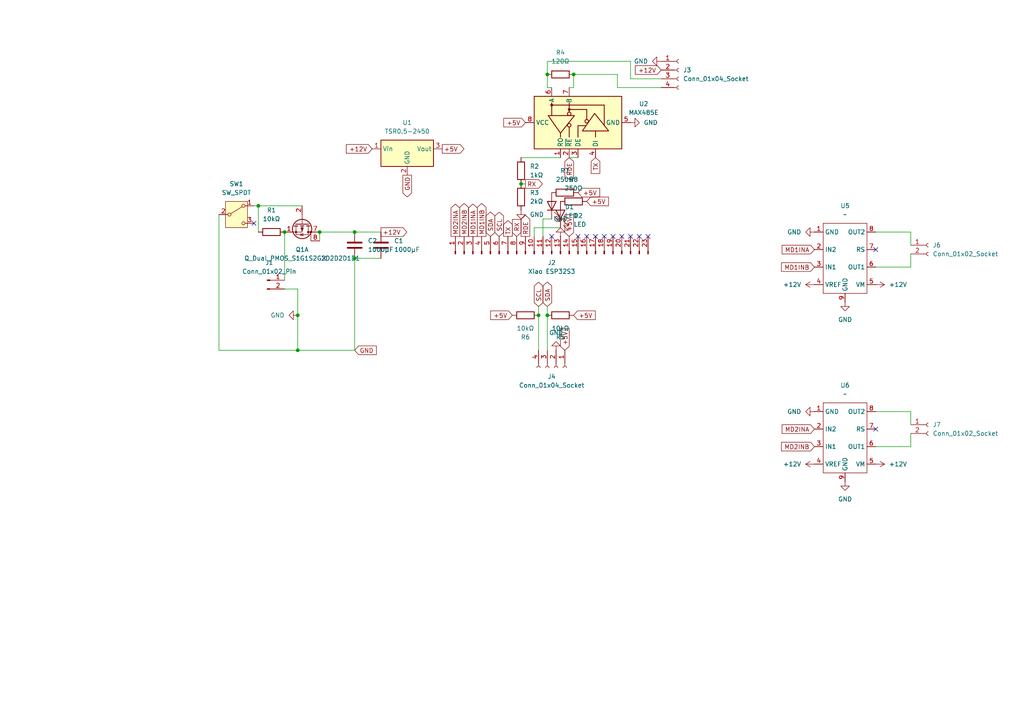
<source format=kicad_sch>
(kicad_sch (version 20250114) (generator "eeschema") (generator_version "9.0")
  (paper "A4")
  (lib_symbols
    (symbol "Connector:Conn_01x02_Pin" (pin_names (offset 1.016) (hide yes))
      (property "Reference" "J" (at 0 2.54 0))
      (property "Value" "Conn_01x02_Pin" (at 0 -5.08 0))
      (symbol "Conn_01x02_Pin_1_1"
        (rectangle (start 0.8636 0.127) (end 0 -0.127) (stroke (width 0.1524)) (fill (type outline)))
        (rectangle (start 0.8636 -2.413) (end 0 -2.667) (stroke (width 0.1524)) (fill (type outline)))
        (polyline (pts (xy 1.27 0) (xy 0.8636 0)) (stroke (width 0.1524)))
        (polyline (pts (xy 1.27 -2.54) (xy 0.8636 -2.54)) (stroke (width 0.1524)))
        (pin passive line (at 5.08 0 180) (length 3.81) (name "Pin_1") (number "1"))
        (pin passive line (at 5.08 -2.54 180) (length 3.81) (name "Pin_2") (number "2"))
      )
    )
    (symbol "Connector:Conn_01x02_Socket" (pin_names (offset 1.016) (hide yes))
      (property "Reference" "J" (at 0 2.54 0))
      (property "Value" "Conn_01x02_Socket" (at 0 -5.08 0))
      (symbol "Conn_01x02_Socket_1_1"
        (polyline (pts (xy -1.27 0) (xy -0.508 0)) (stroke (width 0.1524)))
        (polyline (pts (xy -1.27 -2.54) (xy -0.508 -2.54)) (stroke (width 0.1524)))
        (arc (start 0 -0.508) (mid -0.5058 0) (end 0 0.508) (stroke (width 0.1524)))
        (arc (start 0 -3.048) (mid -0.5058 -2.54) (end 0 -2.032) (stroke (width 0.1524)))
        (pin passive line (at -5.08 0 0) (length 3.81) (name "Pin_1") (number "1"))
        (pin passive line (at -5.08 -2.54 0) (length 3.81) (name "Pin_2") (number "2"))
      )
    )
    (symbol "Connector:Conn_01x04_Socket" (pin_names (offset 1.016) (hide yes))
      (property "Reference" "J" (at 0 5.08 0))
      (property "Value" "Conn_01x04_Socket" (at 0 -7.62 0))
      (symbol "Conn_01x04_Socket_1_1"
        (polyline (pts (xy -1.27 2.54) (xy -0.508 2.54)) (stroke (width 0.1524)))
        (polyline (pts (xy -1.27 0) (xy -0.508 0)) (stroke (width 0.1524)))
        (polyline (pts (xy -1.27 -2.54) (xy -0.508 -2.54)) (stroke (width 0.1524)))
        (polyline (pts (xy -1.27 -5.08) (xy -0.508 -5.08)) (stroke (width 0.1524)))
        (arc (start 0 2.032) (mid -0.5058 2.54) (end 0 3.048) (stroke (width 0.1524)))
        (arc (start 0 -0.508) (mid -0.5058 0) (end 0 0.508) (stroke (width 0.1524)))
        (arc (start 0 -3.048) (mid -0.5058 -2.54) (end 0 -2.032) (stroke (width 0.1524)))
        (arc (start 0 -5.588) (mid -0.5058 -5.08) (end 0 -4.572) (stroke (width 0.1524)))
        (pin passive line (at -5.08 2.54 0) (length 3.81) (name "Pin_1") (number "1"))
        (pin passive line (at -5.08 0 0) (length 3.81) (name "Pin_2") (number "2"))
        (pin passive line (at -5.08 -2.54 0) (length 3.81) (name "Pin_3") (number "3"))
        (pin passive line (at -5.08 -5.08 0) (length 3.81) (name "Pin_4") (number "4"))
      )
    )
    (symbol "Connector:Conn_01x23_Pin" (pin_names (offset 1.016) (hide yes))
      (property "Reference" "J" (at 0 30.48 0))
      (property "Value" "Conn_01x23_Pin" (at 0 -30.48 0))
      (symbol "Conn_01x23_Pin_1_1"
        (rectangle (start 0.8636 28.067) (end 0 27.813) (stroke (width 0.1524)) (fill (type outline)))
        (rectangle (start 0.8636 25.527) (end 0 25.273) (stroke (width 0.1524)) (fill (type outline)))
        (rectangle (start 0.8636 22.987) (end 0 22.733) (stroke (width 0.1524)) (fill (type outline)))
        (rectangle (start 0.8636 20.447) (end 0 20.193) (stroke (width 0.1524)) (fill (type outline)))
        (rectangle (start 0.8636 17.907) (end 0 17.653) (stroke (width 0.1524)) (fill (type outline)))
        (rectangle (start 0.8636 15.367) (end 0 15.113) (stroke (width 0.1524)) (fill (type outline)))
        (rectangle (start 0.8636 12.827) (end 0 12.573) (stroke (width 0.1524)) (fill (type outline)))
        (rectangle (start 0.8636 10.287) (end 0 10.033) (stroke (width 0.1524)) (fill (type outline)))
        (rectangle (start 0.8636 7.747) (end 0 7.493) (stroke (width 0.1524)) (fill (type outline)))
        (rectangle (start 0.8636 5.207) (end 0 4.953) (stroke (width 0.1524)) (fill (type outline)))
        (rectangle (start 0.8636 2.667) (end 0 2.413) (stroke (width 0.1524)) (fill (type outline)))
        (rectangle (start 0.8636 0.127) (end 0 -0.127) (stroke (width 0.1524)) (fill (type outline)))
        (rectangle (start 0.8636 -2.413) (end 0 -2.667) (stroke (width 0.1524)) (fill (type outline)))
        (rectangle (start 0.8636 -4.953) (end 0 -5.207) (stroke (width 0.1524)) (fill (type outline)))
        (rectangle (start 0.8636 -7.493) (end 0 -7.747) (stroke (width 0.1524)) (fill (type outline)))
        (rectangle (start 0.8636 -10.033) (end 0 -10.287) (stroke (width 0.1524)) (fill (type outline)))
        (rectangle (start 0.8636 -12.573) (end 0 -12.827) (stroke (width 0.1524)) (fill (type outline)))
        (rectangle (start 0.8636 -15.113) (end 0 -15.367) (stroke (width 0.1524)) (fill (type outline)))
        (rectangle (start 0.8636 -17.653) (end 0 -17.907) (stroke (width 0.1524)) (fill (type outline)))
        (rectangle (start 0.8636 -20.193) (end 0 -20.447) (stroke (width 0.1524)) (fill (type outline)))
        (rectangle (start 0.8636 -22.733) (end 0 -22.987) (stroke (width 0.1524)) (fill (type outline)))
        (rectangle (start 0.8636 -25.273) (end 0 -25.527) (stroke (width 0.1524)) (fill (type outline)))
        (rectangle (start 0.8636 -27.813) (end 0 -28.067) (stroke (width 0.1524)) (fill (type outline)))
        (polyline (pts (xy 1.27 27.94) (xy 0.8636 27.94)) (stroke (width 0.1524)))
        (polyline (pts (xy 1.27 25.4) (xy 0.8636 25.4)) (stroke (width 0.1524)))
        (polyline (pts (xy 1.27 22.86) (xy 0.8636 22.86)) (stroke (width 0.1524)))
        (polyline (pts (xy 1.27 20.32) (xy 0.8636 20.32)) (stroke (width 0.1524)))
        (polyline (pts (xy 1.27 17.78) (xy 0.8636 17.78)) (stroke (width 0.1524)))
        (polyline (pts (xy 1.27 15.24) (xy 0.8636 15.24)) (stroke (width 0.1524)))
        (polyline (pts (xy 1.27 12.7) (xy 0.8636 12.7)) (stroke (width 0.1524)))
        (polyline (pts (xy 1.27 10.16) (xy 0.8636 10.16)) (stroke (width 0.1524)))
        (polyline (pts (xy 1.27 7.62) (xy 0.8636 7.62)) (stroke (width 0.1524)))
        (polyline (pts (xy 1.27 5.08) (xy 0.8636 5.08)) (stroke (width 0.1524)))
        (polyline (pts (xy 1.27 2.54) (xy 0.8636 2.54)) (stroke (width 0.1524)))
        (polyline (pts (xy 1.27 0) (xy 0.8636 0)) (stroke (width 0.1524)))
        (polyline (pts (xy 1.27 -2.54) (xy 0.8636 -2.54)) (stroke (width 0.1524)))
        (polyline (pts (xy 1.27 -5.08) (xy 0.8636 -5.08)) (stroke (width 0.1524)))
        (polyline (pts (xy 1.27 -7.62) (xy 0.8636 -7.62)) (stroke (width 0.1524)))
        (polyline (pts (xy 1.27 -10.16) (xy 0.8636 -10.16)) (stroke (width 0.1524)))
        (polyline (pts (xy 1.27 -12.7) (xy 0.8636 -12.7)) (stroke (width 0.1524)))
        (polyline (pts (xy 1.27 -15.24) (xy 0.8636 -15.24)) (stroke (width 0.1524)))
        (polyline (pts (xy 1.27 -17.78) (xy 0.8636 -17.78)) (stroke (width 0.1524)))
        (polyline (pts (xy 1.27 -20.32) (xy 0.8636 -20.32)) (stroke (width 0.1524)))
        (polyline (pts (xy 1.27 -22.86) (xy 0.8636 -22.86)) (stroke (width 0.1524)))
        (polyline (pts (xy 1.27 -25.4) (xy 0.8636 -25.4)) (stroke (width 0.1524)))
        (polyline (pts (xy 1.27 -27.94) (xy 0.8636 -27.94)) (stroke (width 0.1524)))
        (pin passive line (at 5.08 27.94 180) (length 3.81) (name "Pin_1") (number "1"))
        (pin passive line (at 5.08 25.4 180) (length 3.81) (name "Pin_2") (number "2"))
        (pin passive line (at 5.08 22.86 180) (length 3.81) (name "Pin_3") (number "3"))
        (pin passive line (at 5.08 20.32 180) (length 3.81) (name "Pin_4") (number "4"))
        (pin passive line (at 5.08 17.78 180) (length 3.81) (name "Pin_5") (number "5"))
        (pin passive line (at 5.08 15.24 180) (length 3.81) (name "Pin_6") (number "6"))
        (pin passive line (at 5.08 12.7 180) (length 3.81) (name "Pin_7") (number "7"))
        (pin passive line (at 5.08 10.16 180) (length 3.81) (name "Pin_8") (number "8"))
        (pin passive line (at 5.08 7.62 180) (length 3.81) (name "Pin_9") (number "9"))
        (pin passive line (at 5.08 5.08 180) (length 3.81) (name "Pin_10") (number "10"))
        (pin passive line (at 5.08 2.54 180) (length 3.81) (name "Pin_11") (number "11"))
        (pin passive line (at 5.08 0 180) (length 3.81) (name "Pin_12") (number "12"))
        (pin passive line (at 5.08 -2.54 180) (length 3.81) (name "Pin_13") (number "13"))
        (pin passive line (at 5.08 -5.08 180) (length 3.81) (name "Pin_14") (number "14"))
        (pin passive line (at 5.08 -7.62 180) (length 3.81) (name "Pin_15") (number "15"))
        (pin passive line (at 5.08 -10.16 180) (length 3.81) (name "Pin_16") (number "16"))
        (pin passive line (at 5.08 -12.7 180) (length 3.81) (name "Pin_17") (number "17"))
        (pin passive line (at 5.08 -15.24 180) (length 3.81) (name "Pin_18") (number "18"))
        (pin passive line (at 5.08 -17.78 180) (length 3.81) (name "Pin_19") (number "19"))
        (pin passive line (at 5.08 -20.32 180) (length 3.81) (name "Pin_20") (number "20"))
        (pin passive line (at 5.08 -22.86 180) (length 3.81) (name "Pin_21") (number "21"))
        (pin passive line (at 5.08 -25.4 180) (length 3.81) (name "Pin_22") (number "22"))
        (pin passive line (at 5.08 -27.94 180) (length 3.81) (name "Pin_23") (number "23"))
      )
    )
    (symbol "Converter_DCDC:TSR0.5-2450"
      (property "Reference" "U" (at -7.112 6.35 0))
      (property "Value" "TSR0.5-2450" (at 1.27 6.35 0))
      (symbol "TSR0.5-2450_0_1"
        (rectangle (start -7.62 5.08) (end 7.62 -2.54) (stroke (width 0.254)) (fill (type background)))
      )
      (symbol "TSR0.5-2450_1_1"
        (pin power_in line (at -10.16 2.54 0) (length 2.54) (name "Vin") (number "1"))
        (pin power_in line (at 0 -5.08 90) (length 2.54) (name "GND") (number "2"))
        (pin power_out line (at 10.16 2.54 180) (length 2.54) (name "Vout") (number "3"))
      )
    )
    (symbol "Device:C" (pin_numbers (hide yes)) (pin_names (offset 0.254))
      (property "Reference" "C" (at 0.635 2.54 0))
      (property "Value" "C" (at 0.635 -2.54 0))
      (symbol "C_0_1"
        (polyline (pts (xy -2.032 0.762) (xy 2.032 0.762)) (stroke (width 0.508)))
        (polyline (pts (xy -2.032 -0.762) (xy 2.032 -0.762)) (stroke (width 0.508)))
      )
      (symbol "C_1_1"
        (pin passive line (at 0 3.81 270) (length 2.794) (name "~") (number "1"))
        (pin passive line (at 0 -3.81 90) (length 2.794) (name "~") (number "2"))
      )
    )
    (symbol "Device:LED" (pin_numbers (hide yes)) (pin_names (offset 1.016) (hide yes))
      (property "Reference" "D" (at 0 2.54 0))
      (property "Value" "LED" (at 0 -2.54 0))
      (symbol "LED_0_1"
        (polyline (pts (xy -3.048 -0.762) (xy -4.572 -2.286) (xy -3.81 -2.286) (xy -4.572 -2.286) (xy -4.572 -1.524)))
        (polyline (pts (xy -1.778 -0.762) (xy -3.302 -2.286) (xy -2.54 -2.286) (xy -3.302 -2.286) (xy -3.302 -1.524)))
        (polyline (pts (xy -1.27 0) (xy 1.27 0)))
        (polyline (pts (xy -1.27 -1.27) (xy -1.27 1.27)) (stroke (width 0.254)))
        (polyline (pts (xy 1.27 -1.27) (xy 1.27 1.27) (xy -1.27 0) (xy 1.27 -1.27)) (stroke (width 0.254)))
      )
      (symbol "LED_1_1"
        (pin passive line (at -3.81 0 0) (length 2.54) (name "K") (number "1"))
        (pin passive line (at 3.81 0 180) (length 2.54) (name "A") (number "2"))
      )
    )
    (symbol "Device:R" (pin_numbers (hide yes)) (pin_names (offset 0))
      (property "Reference" "R" (at 2.032 0 90))
      (property "Value" "R" (at 0 0 90))
      (symbol "R_0_1"
        (rectangle (start -1.016 -2.54) (end 1.016 2.54) (stroke (width 0.254)))
      )
      (symbol "R_1_1"
        (pin passive line (at 0 3.81 270) (length 1.27) (name "~") (number "1"))
        (pin passive line (at 0 -3.81 90) (length 1.27) (name "~") (number "2"))
      )
    )
    (symbol "Interface_UART:MAX485E"
      (property "Reference" "U" (at -6.985 13.97 0))
      (property "Value" "MAX485E" (at 1.905 13.97 0))
      (symbol "MAX485E_0_1"
        (rectangle (start -7.62 12.7) (end 7.62 -12.7) (stroke (width 0.254)) (fill (type background)))
        (polyline (pts (xy -4.191 2.54) (xy -1.27 2.54)) (stroke (width 0.254)))
        (polyline (pts (xy -4.191 0) (xy -0.889 0) (xy -0.889 -2.286)) (stroke (width 0.254)))
        (polyline (pts (xy -3.175 5.08) (xy -4.191 5.08) (xy -4.064 5.08)) (stroke (width 0.254)))
        (polyline (pts (xy -2.54 -5.08) (xy -4.191 -5.08)) (stroke (width 0.254)))
        (polyline (pts (xy -2.413 -5.08) (xy -2.413 -1.27) (xy 2.667 -4.826) (xy -2.413 -8.89) (xy -2.413 -5.08)) (stroke (width 0.254)))
        (polyline (pts (xy -0.635 -7.62) (xy 5.08 -7.62)) (stroke (width 0.254)))
        (circle (center 0.381 -2.54) (radius 0.508) (stroke (width 0.254)))
        (polyline (pts (xy 0.889 -2.54) (xy 3.81 -2.54)) (stroke (width 0.254)))
        (polyline (pts (xy 2.032 7.62) (xy 5.715 7.62)) (stroke (width 0.254)))
        (polyline (pts (xy 3.048 2.54) (xy 5.715 2.54)) (stroke (width 0.254)))
        (circle (center 3.81 2.54) (radius 0.2794) (stroke (width 0.254)) (fill (type outline)))
        (polyline (pts (xy 3.81 -2.54) (xy 3.81 2.54)) (stroke (width 0.254)))
        (polyline (pts (xy 5.08 -7.62) (xy 5.08 7.62)) (stroke (width 0.254)))
      )
      (symbol "MAX485E_1_1"
        (circle (center -0.762 2.54) (radius 0.508) (stroke (width 0.254)))
        (polyline (pts (xy 2.032 4.826) (xy 2.032 8.636) (xy -3.048 5.08) (xy 2.032 1.016) (xy 2.032 4.826)) (stroke (width 0.254)))
        (circle (center 2.54 2.54) (radius 0.508) (stroke (width 0.254)))
        (circle (center 5.08 7.62) (radius 0.2794) (stroke (width 0.254)) (fill (type outline)))
        (pin output line (at -10.16 5.08 0) (length 2.54) (name "RO") (number "1"))
        (pin input line (at -10.16 2.54 0) (length 2.54) (name "~{RE}") (number "2"))
        (pin input line (at -10.16 0 0) (length 2.54) (name "DE") (number "3"))
        (pin input line (at -10.16 -5.08 0) (length 2.54) (name "DI") (number "4"))
        (pin power_in line (at 0 15.24 270) (length 2.54) (name "VCC") (number "8"))
        (pin power_in line (at 0 -15.24 90) (length 2.54) (name "GND") (number "5"))
        (pin bidirectional line (at 10.16 7.62 180) (length 2.54) (name "A") (number "6"))
        (pin bidirectional line (at 10.16 2.54 180) (length 2.54) (name "B") (number "7"))
      )
    )
    (symbol "Switch:SW_SPDT" (pin_names (offset 0) (hide yes))
      (property "Reference" "SW" (at 0 5.08 0))
      (property "Value" "SW_SPDT" (at 0 -5.08 0))
      (symbol "SW_SPDT_0_1"
        (circle (center -2.032 0) (radius 0.4572))
        (polyline (pts (xy -1.651 0.254) (xy 1.651 2.286)))
        (circle (center 2.032 2.54) (radius 0.4572))
        (circle (center 2.032 -2.54) (radius 0.4572))
      )
      (symbol "SW_SPDT_1_1"
        (rectangle (start -3.175 3.81) (end 3.175 -3.81) (fill (type background)))
        (pin passive line (at -5.08 0 0) (length 2.54) (name "B") (number "2"))
        (pin passive line (at 5.08 2.54 180) (length 2.54) (name "A") (number "1"))
        (pin passive line (at 5.08 -2.54 180) (length 2.54) (name "C") (number "3"))
      )
    )
    (symbol "Transistor_FET:Q_Dual_PMOS_S1G1S2G2D2D2D1D1" (pin_names (offset 0) (hide yes))
      (property "Reference" "Q" (at 5.08 1.905 0))
      (property "Value" "Q_Dual_PMOS_S1G1S2G2D2D2D1D1" (at 5.08 0 0))
      (symbol "Q_Dual_PMOS_S1G1S2G2D2D2D1D1_0_1"
        (polyline (pts (xy 0.254 1.905) (xy 0.254 -1.905)) (stroke (width 0.254)))
        (polyline (pts (xy 0.254 0) (xy -2.54 0)))
        (polyline (pts (xy 0.762 2.286) (xy 0.762 1.27)) (stroke (width 0.254)))
        (polyline (pts (xy 0.762 1.778) (xy 3.302 1.778) (xy 3.302 -1.778) (xy 0.762 -1.778)))
        (polyline (pts (xy 0.762 0.508) (xy 0.762 -0.508)) (stroke (width 0.254)))
        (polyline (pts (xy 0.762 -1.27) (xy 0.762 -2.286)) (stroke (width 0.254)))
        (circle (center 1.651 0) (radius 2.794) (stroke (width 0.254)))
        (polyline (pts (xy 2.286 0) (xy 1.27 0.381) (xy 1.27 -0.381) (xy 2.286 0)) (fill (type outline)))
        (polyline (pts (xy 2.54 2.54) (xy 2.54 1.778)))
        (circle (center 2.54 2.54) (radius 0.254) (fill (type outline)))
        (circle (center 2.54 1.778) (radius 0.254) (fill (type outline)))
        (circle (center 2.54 -1.778) (radius 0.254) (fill (type outline)))
        (polyline (pts (xy 2.54 -2.54) (xy 2.54 0) (xy 0.762 0)))
        (polyline (pts (xy 2.921 -0.381) (xy 3.683 -0.381)))
        (polyline (pts (xy 3.302 -0.381) (xy 2.921 0.254) (xy 3.683 0.254) (xy 3.302 -0.381)))
        (polyline (pts (xy 5.08 2.54) (xy 2.54 2.54)))
      )
      (symbol "Q_Dual_PMOS_S1G1S2G2D2D2D1D1_1_1"
        (pin input line (at -5.08 0 0) (length 2.54) (name "G") (number "2"))
        (pin passive line (at 2.54 5.08 270) (length 2.54) (name "D") (number "7"))
        (pin passive line (at 2.54 -5.08 90) (length 2.54) (name "S") (number "1"))
        (pin passive line (at 5.08 5.08 270) (length 2.54) (name "D") (number "8"))
      )
      (symbol "Q_Dual_PMOS_S1G1S2G2D2D2D1D1_2_1"
        (pin input line (at -5.08 0 0) (length 2.54) (name "G") (number "4"))
        (pin passive line (at 2.54 5.08 270) (length 2.54) (name "D") (number "5"))
        (pin passive line (at 2.54 -5.08 90) (length 2.54) (name "S") (number "3"))
        (pin passive line (at 5.08 5.08 270) (length 2.54) (name "D") (number "6"))
      )
    )
    (symbol "custom:TB67H450FNG"
      (property "Reference" "U" (at 7.62 0 0))
      (symbol "TB67H450FNG_0_1"
        (rectangle (start -6.35 10.16) (end 6.35 -10.16))
      )
      (symbol "TB67H450FNG_1_1"
        (pin power_in line (at -8.89 7.62 0) (length 2.54) (name "GND") (number "1"))
        (pin input line (at -8.89 2.54 0) (length 2.54) (name "IN2") (number "2"))
        (pin input line (at -8.89 -2.54 0) (length 2.54) (name "IN1") (number "3"))
        (pin input line (at -8.89 -7.62 0) (length 2.54) (name "VREF") (number "4"))
        (pin power_in line (at 0 -12.7 90) (length 2.54) (name "GND") (number "9"))
        (pin output line (at 8.89 7.62 180) (length 2.54) (name "OUT2") (number "8"))
        (pin passive line (at 8.89 2.54 180) (length 2.54) (name "RS") (number "7"))
        (pin output line (at 8.89 -2.54 180) (length 2.54) (name "OUT1") (number "6"))
        (pin power_in line (at 8.89 -7.62 180) (length 2.54) (name "VM") (number "5"))
      )
    )
    (symbol "power:+12V" (power) (pin_numbers (hide yes)) (pin_names (offset 0) (hide yes))
      (property "Value" "+12V" (at 0 3.556 0))
      (symbol "+12V_0_1"
        (polyline (pts (xy -0.762 1.27) (xy 0 2.54)))
        (polyline (pts (xy 0 2.54) (xy 0.762 1.27)))
        (polyline (pts (xy 0 0) (xy 0 2.54)))
      )
      (symbol "+12V_1_1"
        (pin power_in line (at 0 0 90) (length 0) (name "~") (number "1"))
      )
    )
    (symbol "power:GND" (power) (pin_numbers (hide yes)) (pin_names (offset 0) (hide yes))
      (property "Value" "GND" (at 0 -3.81 0))
      (symbol "GND_0_1"
        (polyline (pts (xy 0 0) (xy 0 -1.27) (xy 1.27 -1.27) (xy 0 -2.54) (xy -1.27 -1.27) (xy 0 -1.27)))
      )
      (symbol "GND_1_1"
        (pin power_in line (at 0 0 270) (length 0) (name "~") (number "1"))
      )
    )
  )
  (junction (at 86.36 91.44))
  (junction (at 158.75 91.44))
  (junction (at 82.55 67.31))
  (junction (at 86.36 101.6))
  (junction (at 156.21 91.44))
  (junction (at 158.75 21.59))
  (junction (at 102.87 67.31))
  (junction (at 102.87 74.93))
  (junction (at 92.71 67.31))
  (junction (at 151.13 53.34))
  (junction (at 74.93 59.69))
  (junction (at 166.37 21.59))
  (no_connect (at 93.98 74.93))
  (no_connect (at 177.8 68.58))
  (no_connect (at 182.88 68.58))
  (no_connect (at 254 72.39))
  (no_connect (at 167.64 68.58))
  (no_connect (at 175.26 68.58))
  (no_connect (at 170.18 68.58))
  (no_connect (at 185.42 68.58))
  (no_connect (at 254 124.46))
  (no_connect (at 160.02 68.58))
  (no_connect (at 73.66 64.77))
  (no_connect (at 187.96 68.58))
  (no_connect (at 172.72 68.58))
  (no_connect (at 180.34 68.58))
  (wire (pts (xy 166.37 25.4) (xy 165.1 25.4)))
  (wire (pts (xy 165.1 45.72) (xy 167.64 45.72)))
  (wire (pts (xy 73.66 59.69) (xy 74.93 59.69)))
  (wire (pts (xy 151.13 45.72) (xy 162.56 45.72)))
  (wire (pts (xy 102.87 67.31) (xy 92.71 67.31)))
  (wire (pts (xy 179.07 25.4) (xy 191.77 25.4)))
  (wire (pts (xy 156.21 91.44) (xy 156.21 101.6)))
  (wire (pts (xy 182.88 17.78) (xy 182.88 22.86)))
  (wire (pts (xy 157.48 63.5) (xy 157.48 68.58)))
  (wire (pts (xy 102.87 101.6) (xy 86.36 101.6)))
  (wire (pts (xy 182.88 22.86) (xy 191.77 22.86)))
  (wire (pts (xy 254 119.38) (xy 264.16 119.38)))
  (wire (pts (xy 157.48 63.5) (xy 160.02 63.5)))
  (wire (pts (xy 158.75 17.78) (xy 182.88 17.78)))
  (wire (pts (xy 74.93 59.69) (xy 74.93 67.31)))
  (wire (pts (xy 92.71 67.31) (xy 92.71 69.85)))
  (wire (pts (xy 158.75 88.9) (xy 158.75 91.44)))
  (wire (pts (xy 63.5 62.23) (xy 63.5 101.6)))
  (wire (pts (xy 264.16 125.73) (xy 264.16 129.54)))
  (wire (pts (xy 154.94 68.58) (xy 154.94 66.04)))
  (wire (pts (xy 74.93 59.69) (xy 87.63 59.69)))
  (wire (pts (xy 63.5 101.6) (xy 86.36 101.6)))
  (wire (pts (xy 264.16 73.66) (xy 264.16 77.47)))
  (wire (pts (xy 166.37 21.59) (xy 166.37 25.4)))
  (wire (pts (xy 154.94 66.04) (xy 162.56 66.04)))
  (wire (pts (xy 152.4 53.34) (xy 151.13 53.34)))
  (wire (pts (xy 264.16 129.54) (xy 254 129.54)))
  (wire (pts (xy 158.75 21.59) (xy 158.75 17.78)))
  (wire (pts (xy 158.75 25.4) (xy 160.02 25.4)))
  (wire (pts (xy 86.36 83.82) (xy 82.55 83.82)))
  (wire (pts (xy 264.16 67.31) (xy 264.16 71.12)))
  (wire (pts (xy 264.16 119.38) (xy 264.16 123.19)))
  (wire (pts (xy 86.36 101.6) (xy 86.36 91.44)))
  (wire (pts (xy 179.07 21.59) (xy 179.07 25.4)))
  (wire (pts (xy 102.87 67.31) (xy 110.49 67.31)))
  (wire (pts (xy 102.87 74.93) (xy 110.49 74.93)))
  (wire (pts (xy 166.37 21.59) (xy 179.07 21.59)))
  (wire (pts (xy 158.75 91.44) (xy 158.75 101.6)))
  (wire (pts (xy 254 67.31) (xy 264.16 67.31)))
  (wire (pts (xy 156.21 88.9) (xy 156.21 91.44)))
  (wire (pts (xy 264.16 77.47) (xy 254 77.47)))
  (wire (pts (xy 158.75 21.59) (xy 158.75 25.4)))
  (wire (pts (xy 82.55 67.31) (xy 82.55 81.28)))
  (wire (pts (xy 86.36 91.44) (xy 86.36 83.82)))
  (wire (pts (xy 102.87 74.93) (xy 102.87 101.6)))
  (global_label "+5V" (shape input) (at 148.59 91.44 180) (property "Intersheetrefs" "${INTERSHEET_REFS}" (effects (hide yes))))
  (global_label "RX" (shape output) (at 152.4 53.34 0) (property "Intersheetrefs" "${INTERSHEET_REFS}" (effects (hide yes))))
  (global_label "SCL" (shape bidirectional) (at 144.78 68.58 90) (property "Intersheetrefs" "${INTERSHEET_REFS}" (effects (hide yes))))
  (global_label "GND" (shape input) (at 102.87 101.6 0) (property "Intersheetrefs" "${INTERSHEET_REFS}" (effects (hide yes))))
  (global_label "+5V" (shape input) (at 165.1 68.58 90) (property "Intersheetrefs" "${INTERSHEET_REFS}" (effects (hide yes))))
  (global_label "+5V" (shape input) (at 166.37 91.44 0) (property "Intersheetrefs" "${INTERSHEET_REFS}" (effects (hide yes))))
  (global_label "GND" (shape output) (at 118.11 50.8 270) (property "Intersheetrefs" "${INTERSHEET_REFS}" (effects (hide yes))))
  (global_label "+12V" (shape input) (at 107.95 43.18 180) (property "Intersheetrefs" "${INTERSHEET_REFS}" (effects (hide yes))))
  (global_label "SCL" (shape bidirectional) (at 156.21 88.9 90) (property "Intersheetrefs" "${INTERSHEET_REFS}" (effects (hide yes))))
  (global_label "TX" (shape input) (at 172.72 45.72 270) (property "Intersheetrefs" "${INTERSHEET_REFS}" (effects (hide yes))))
  (global_label "MD2INA" (shape output) (at 132.08 68.58 90) (property "Intersheetrefs" "${INTERSHEET_REFS}" (effects (hide yes))))
  (global_label "SDA" (shape bidirectional) (at 158.75 88.9 90) (property "Intersheetrefs" "${INTERSHEET_REFS}" (effects (hide yes))))
  (global_label "+5V" (shape output) (at 128.27 43.18 0) (property "Intersheetrefs" "${INTERSHEET_REFS}" (effects (hide yes))))
  (global_label "MD2INB" (shape input) (at 236.22 129.54 180) (property "Intersheetrefs" "${INTERSHEET_REFS}" (effects (hide yes))))
  (global_label "+5V" (shape input) (at 170.18 58.42 0) (property "Intersheetrefs" "${INTERSHEET_REFS}" (effects (hide yes))))
  (global_label "TX" (shape output) (at 147.32 68.58 90) (property "Intersheetrefs" "${INTERSHEET_REFS}" (effects (hide yes))))
  (global_label "SDA" (shape bidirectional) (at 142.24 68.58 90) (property "Intersheetrefs" "${INTERSHEET_REFS}" (effects (hide yes))))
  (global_label "RX" (shape input) (at 149.86 68.58 90) (property "Intersheetrefs" "${INTERSHEET_REFS}" (effects (hide yes))))
  (global_label "RDE" (shape input) (at 165.1 45.72 270) (property "Intersheetrefs" "${INTERSHEET_REFS}" (effects (hide yes))))
  (global_label "+5V" (shape input) (at 163.83 101.6 90) (property "Intersheetrefs" "${INTERSHEET_REFS}" (effects (hide yes))))
  (global_label "MD2INA" (shape input) (at 236.22 124.46 180) (property "Intersheetrefs" "${INTERSHEET_REFS}" (effects (hide yes))))
  (global_label "MD1INA" (shape input) (at 236.22 72.39 180) (property "Intersheetrefs" "${INTERSHEET_REFS}" (effects (hide yes))))
  (global_label "MD1INB" (shape output) (at 139.7 68.58 90) (property "Intersheetrefs" "${INTERSHEET_REFS}" (effects (hide yes))))
  (global_label "MD2INB" (shape output) (at 134.62 68.58 90) (property "Intersheetrefs" "${INTERSHEET_REFS}" (effects (hide yes))))
  (global_label "RDE" (shape output) (at 152.4 68.58 90) (property "Intersheetrefs" "${INTERSHEET_REFS}" (effects (hide yes))))
  (global_label "+12V" (shape output) (at 110.49 67.31 0) (property "Intersheetrefs" "${INTERSHEET_REFS}" (effects (hide yes))))
  (global_label "+5V" (shape input) (at 152.4 35.56 180) (property "Intersheetrefs" "${INTERSHEET_REFS}" (effects (hide yes))))
  (global_label "+12V" (shape input) (at 191.77 20.32 180) (property "Intersheetrefs" "${INTERSHEET_REFS}" (effects (hide yes))))
  (global_label "+5V" (shape input) (at 167.64 55.88 0) (property "Intersheetrefs" "${INTERSHEET_REFS}" (effects (hide yes))))
  (global_label "MD1INA" (shape output) (at 137.16 68.58 90) (property "Intersheetrefs" "${INTERSHEET_REFS}" (effects (hide yes))))
  (global_label "MD1INB" (shape input) (at 236.22 77.47 180) (property "Intersheetrefs" "${INTERSHEET_REFS}" (effects (hide yes))))
  (symbol (lib_id "Switch:SW_SPDT") (at 68.58 62.23 0) (unit 1)
    (property "Reference" "SW1" (at 68.58 53.34 0))
    (property "Value" "SW_SPDT" (at 68.58 55.88 0))
    (property "Footprint" "Button_Switch_THT:SW_Slide-03_Wuerth-WS-SLTV_10x2.5x6.4_P2.54mm" (effects (hide yes)))
    (property "Description" "Switch, single pole double throw" (effects (hide yes)))
  )
  (symbol (lib_id "power:GND") (at 236.22 119.38 270) (unit 1)
    (property "Reference" "#PWR015" (effects (hide yes)))
    (property "Value" "GND" (at 232.41 119.3799 90) (effects (justify right)))
    (property "Description" "Power symbol creates a global label with name \"GND\" , ground" (effects (hide yes)))
  )
  (symbol (lib_id "power:GND") (at 86.36 91.44 270) (unit 1)
    (property "Reference" "#PWR01" (effects (hide yes)))
    (property "Value" "GND" (at 82.55 91.4399 90) (effects (justify right)))
    (property "Description" "Power symbol creates a global label with name \"GND\" , ground" (effects (hide yes)))
  )
  (symbol (lib_id "Device:R") (at 151.13 49.53 0) (unit 1)
    (property "Reference" "R2" (at 153.67 48.2599 0) (effects (justify left)))
    (property "Value" "1kΩ" (at 153.67 50.7999 0) (effects (justify left)))
    (property "Footprint" "Resistor_SMD:R_0603_1608Metric_Pad0.98x0.95mm_HandSolder" (effects (hide yes)))
    (property "Description" "Resistor" (effects (hide yes)))
  )
  (symbol (lib_id "power:GND") (at 191.77 17.78 270) (unit 1)
    (property "Reference" "#PWR05" (effects (hide yes)))
    (property "Value" "GND" (at 187.96 17.7799 90) (effects (justify right)))
    (property "Description" "Power symbol creates a global label with name \"GND\" , ground" (effects (hide yes)))
  )
  (symbol (lib_id "Transistor_FET:Q_Dual_PMOS_S1G1S2G2D2D2D1D1") (at 87.63 64.77 270) (unit 1)
    (property "Reference" "Q1" (at 87.63 72.39 90))
    (property "Value" "Q_Dual_PMOS_S1G1S2G2D2D2D1D1" (at 87.63 74.93 90))
    (property "Footprint" "Package_SO:SSOP-8_3.9x5.05mm_P1.27mm" (effects (hide yes)))
    (property "Description" "Dual PMOS transistor, 8 pin package" (effects (hide yes)))
  )
  (symbol (lib_id "Device:LED") (at 160.02 59.69 90) (unit 1)
    (property "Reference" "D1" (at 163.83 60.0074 90) (effects (justify right)))
    (property "Value" "LED" (at 163.83 62.5474 90) (effects (justify right)))
    (property "Footprint" "Resistor_SMD:R_0603_1608Metric_Pad0.98x0.95mm_HandSolder" (effects (hide yes)))
    (property "Description" "Light emitting diode" (effects (hide yes)))
    (property "Sim.Pins" "1=K 2=A" (effects (hide yes)))
  )
  (symbol (lib_id "Connector:Conn_01x02_Pin") (at 77.47 81.28 0) (unit 1)
    (property "Reference" "J1" (at 78.105 76.2 0))
    (property "Value" "Conn_01x02_Pin" (at 78.105 78.74 0))
    (property "Footprint" "Connector_AMASS:AMASS_XT30PW-M_1x02_P2.50mm_Horizontal" (effects (hide yes)))
    (property "Description" "Generic connector, single row, 01x02, script generated" (effects (hide yes)))
  )
  (symbol (lib_id "Connector:Conn_01x02_Socket") (at 269.24 123.19 0) (unit 1)
    (property "Reference" "J7" (at 270.51 123.1899 0) (effects (justify left)))
    (property "Value" "Conn_01x02_Socket" (at 270.51 125.7299 0) (effects (justify left)))
    (property "Footprint" "Connector_JST:JST_PH_B2B-PH-K_1x02_P2.00mm_Vertical" (effects (hide yes)))
    (property "Description" "Generic connector, single row, 01x02, script generated" (effects (hide yes)))
  )
  (symbol (lib_id "Device:R") (at 151.13 57.15 0) (unit 1)
    (property "Reference" "R3" (at 153.67 55.8799 0) (effects (justify left)))
    (property "Value" "2kΩ" (at 153.67 58.4199 0) (effects (justify left)))
    (property "Footprint" "Resistor_SMD:R_0603_1608Metric_Pad0.98x0.95mm_HandSolder" (effects (hide yes)))
    (property "Description" "Resistor" (effects (hide yes)))
  )
  (symbol (lib_id "power:+12V") (at 254 134.62 270) (unit 1)
    (property "Reference" "#PWR018" (effects (hide yes)))
    (property "Value" "+12V" (at 257.81 134.6199 90) (effects (justify left)))
    (property "Description" "Power symbol creates a global label with name \"+12V\"" (effects (hide yes)))
  )
  (symbol (lib_id "custom:TB67H450FNG") (at 245.11 127 0) (unit 1)
    (property "Reference" "U6" (at 245.11 111.76 0))
    (property "Value" "~" (at 245.11 114.3 0))
    (property "Footprint" "Package_SO:HSOP-8-1EP_3.9x4.9mm_P1.27mm_EP2.41x3.1mm" (effects (hide yes)))
  )
  (symbol (lib_id "power:GND") (at 161.29 101.6 180) (unit 1)
    (property "Reference" "#PWR07" (effects (hide yes)))
    (property "Value" "GND" (at 161.29 96.52 0))
    (property "Description" "Power symbol creates a global label with name \"GND\" , ground" (effects (hide yes)))
  )
  (symbol (lib_id "custom:TB67H450FNG") (at 245.11 74.93 0) (unit 1)
    (property "Reference" "U5" (at 245.11 59.69 0))
    (property "Value" "~" (at 245.11 62.23 0))
    (property "Footprint" "Package_SO:HSOP-8-1EP_3.9x4.9mm_P1.27mm_EP2.41x3.1mm" (effects (hide yes)))
  )
  (symbol (lib_id "Device:C") (at 110.49 71.12 0) (unit 1)
    (property "Reference" "C1" (at 114.3 69.8499 0) (effects (justify left)))
    (property "Value" "1000μF" (at 114.3 72.3899 0) (effects (justify left)))
    (property "Footprint" "Capacitor_THT:CP_Radial_D10.0mm_P5.00mm" (effects (hide yes)))
    (property "Description" "Unpolarized capacitor" (effects (hide yes)))
  )
  (symbol (lib_id "Device:R") (at 166.37 58.42 90) (unit 1)
    (property "Reference" "R8" (at 166.37 52.07 90))
    (property "Value" "250Ω" (at 166.37 54.61 90))
    (property "Footprint" "Resistor_SMD:R_0603_1608Metric_Pad0.98x0.95mm_HandSolder" (effects (hide yes)))
    (property "Description" "Resistor" (effects (hide yes)))
  )
  (symbol (lib_id "Device:R") (at 163.83 55.88 90) (unit 1)
    (property "Reference" "R7" (at 163.83 49.53 90))
    (property "Value" "250Ω" (at 163.83 52.07 90))
    (property "Footprint" "Resistor_SMD:R_0603_1608Metric_Pad0.98x0.95mm_HandSolder" (effects (hide yes)))
    (property "Description" "Resistor" (effects (hide yes)))
  )
  (symbol (lib_id "power:+12V") (at 236.22 82.55 90) (unit 1)
    (property "Reference" "#PWR013" (effects (hide yes)))
    (property "Value" "+12V" (at 232.41 82.5499 90) (effects (justify left)))
    (property "Description" "Power symbol creates a global label with name \"+12V\"" (effects (hide yes)))
  )
  (symbol (lib_id "Device:C") (at 102.87 71.12 0) (unit 1)
    (property "Reference" "C2" (at 106.68 69.8499 0) (effects (justify left)))
    (property "Value" "1000μF" (at 106.68 72.3899 0) (effects (justify left)))
    (property "Footprint" "Capacitor_THT:CP_Radial_D10.0mm_P5.00mm" (effects (hide yes)))
    (property "Description" "Unpolarized capacitor" (effects (hide yes)))
  )
  (symbol (lib_id "Converter_DCDC:TSR0.5-2450") (at 118.11 45.72 0) (unit 1)
    (property "Reference" "U1" (at 118.11 35.56 0))
    (property "Value" "TSR0.5-2450" (at 118.11 38.1 0))
    (property "Footprint" "Converter_DCDC:Converter_DCDC_TRACO_TSR0.5-24xx_TSR0.5-24xxx_THT" (effects (hide yes)))
    (property "Datasheet" "https://www.tracopower.com/products/tsr0.5.pdf" (effects (hide yes)))
    (property "Description" "0.5A step-down regulator, fixed 5V output voltage, 6.5-32V input voltage, TO-220 compatible LM78xx replacement, SIP-3" (effects (hide yes)))
  )
  (symbol (lib_id "power:GND") (at 236.22 67.31 270) (unit 1)
    (property "Reference" "#PWR011" (effects (hide yes)))
    (property "Value" "GND" (at 232.41 67.3099 90) (effects (justify right)))
    (property "Description" "Power symbol creates a global label with name \"GND\" , ground" (effects (hide yes)))
  )
  (symbol (lib_id "Connector:Conn_01x02_Socket") (at 269.24 71.12 0) (unit 1)
    (property "Reference" "J6" (at 270.51 71.1199 0) (effects (justify left)))
    (property "Value" "Conn_01x02_Socket" (at 270.51 73.6599 0) (effects (justify left)))
    (property "Footprint" "Connector_JST:JST_PH_B2B-PH-K_1x02_P2.00mm_Vertical" (effects (hide yes)))
    (property "Description" "Generic connector, single row, 01x02, script generated" (effects (hide yes)))
  )
  (symbol (lib_id "power:+12V") (at 236.22 134.62 90) (unit 1)
    (property "Reference" "#PWR016" (effects (hide yes)))
    (property "Value" "+12V" (at 232.41 134.6199 90) (effects (justify left)))
    (property "Description" "Power symbol creates a global label with name \"+12V\"" (effects (hide yes)))
  )
  (symbol (lib_id "power:GND") (at 182.88 35.56 90) (unit 1)
    (property "Reference" "#PWR04" (effects (hide yes)))
    (property "Value" "GND" (at 186.69 35.5599 90) (effects (justify right)))
    (property "Description" "Power symbol creates a global label with name \"GND\" , ground" (effects (hide yes)))
  )
  (symbol (lib_id "Device:R") (at 162.56 91.44 90) (unit 1)
    (property "Reference" "R5" (at 162.56 97.79 90))
    (property "Value" "10kΩ" (at 162.56 95.25 90))
    (property "Footprint" "Resistor_SMD:R_0603_1608Metric_Pad0.98x0.95mm_HandSolder" (effects (hide yes)))
    (property "Description" "Resistor" (effects (hide yes)))
  )
  (symbol (lib_id "power:GND") (at 162.56 68.58 180) (unit 1)
    (property "Reference" "#PWR02" (effects (hide yes)))
    (property "Value" "GND" (at 162.56 63.5 0))
    (property "Description" "Power symbol creates a global label with name \"GND\" , ground" (effects (hide yes)))
  )
  (symbol (lib_id "Interface_UART:MAX485E") (at 167.64 35.56 90) (unit 1)
    (property "Reference" "U2" (at 186.69 30.1146 90))
    (property "Value" "MAX485E" (at 186.69 32.6546 90))
    (property "Footprint" "Package_SO:SOIC-8_3.9x4.9mm_P1.27mm" (effects (hide yes)))
    (property "Datasheet" "https://datasheets.maximintegrated.com/en/ds/MAX1487E-MAX491E.pdf" (effects (hide yes)))
    (property "Description" "Half duplex RS-485/RS-422, 2.5 Mbps, ±15kV electro-static discharge (ESD) protection, no slew-rate, no low-power shutdown, with receiver/driver enable, 32 receiver drive capability, DIP-8 and SOIC-8" (effects (hide yes)))
  )
  (symbol (lib_id "power:GND") (at 245.11 139.7 0) (unit 1)
    (property "Reference" "#PWR017" (effects (hide yes)))
    (property "Value" "GND" (at 245.11 144.78 0))
    (property "Description" "Power symbol creates a global label with name \"GND\" , ground" (effects (hide yes)))
  )
  (symbol (lib_id "power:GND") (at 151.13 60.96 0) (unit 1)
    (property "Reference" "#PWR03" (effects (hide yes)))
    (property "Value" "GND" (at 153.67 62.2299 0) (effects (justify left)))
    (property "Description" "Power symbol creates a global label with name \"GND\" , ground" (effects (hide yes)))
  )
  (symbol (lib_id "Device:R") (at 152.4 91.44 90) (unit 1)
    (property "Reference" "R6" (at 152.4 97.79 90))
    (property "Value" "10kΩ" (at 152.4 95.25 90))
    (property "Footprint" "Resistor_SMD:R_0603_1608Metric_Pad0.98x0.95mm_HandSolder" (effects (hide yes)))
    (property "Description" "Resistor" (effects (hide yes)))
  )
  (symbol (lib_id "power:+12V") (at 254 82.55 270) (unit 1)
    (property "Reference" "#PWR014" (effects (hide yes)))
    (property "Value" "+12V" (at 257.81 82.5499 90) (effects (justify left)))
    (property "Description" "Power symbol creates a global label with name \"+12V\"" (effects (hide yes)))
  )
  (symbol (lib_id "Connector:Conn_01x23_Pin") (at 160.02 73.66 90) (unit 1)
    (property "Reference" "J2" (at 160.02 76.2 90))
    (property "Value" "Xiao ESP32S3" (at 160.02 78.74 90))
    (property "Footprint" "RF_Module:MCU_Seeed_ESP32C3" (effects (hide yes)))
    (property "Description" "Generic connector, single row, 01x23, script generated" (effects (hide yes)))
  )
  (symbol (lib_id "Device:R") (at 78.74 67.31 90) (unit 1)
    (property "Reference" "R1" (at 78.74 60.96 90))
    (property "Value" "10kΩ" (at 78.74 63.5 90))
    (property "Footprint" "Resistor_SMD:R_0603_1608Metric_Pad0.98x0.95mm_HandSolder" (effects (hide yes)))
    (property "Description" "Resistor" (effects (hide yes)))
  )
  (symbol (lib_id "Device:LED") (at 162.56 62.23 90) (unit 1)
    (property "Reference" "D2" (at 166.37 62.5474 90) (effects (justify right)))
    (property "Value" "LED" (at 166.37 65.0874 90) (effects (justify right)))
    (property "Footprint" "Resistor_SMD:R_0603_1608Metric_Pad0.98x0.95mm_HandSolder" (effects (hide yes)))
    (property "Description" "Light emitting diode" (effects (hide yes)))
    (property "Sim.Pins" "1=K 2=A" (effects (hide yes)))
  )
  (symbol (lib_id "Connector:Conn_01x04_Socket") (at 161.29 106.68 270) (unit 1)
    (property "Reference" "J4" (at 160.02 109.22 90))
    (property "Value" "Conn_01x04_Socket" (at 160.02 111.76 90))
    (property "Footprint" "Connector_JST:JST_ZH_B4B-ZR_1x04_P1.50mm_Vertical" (effects (hide yes)))
    (property "Description" "Generic connector, single row, 01x04, script generated" (effects (hide yes)))
  )
  (symbol (lib_id "Device:R") (at 162.56 21.59 90) (unit 1)
    (property "Reference" "R4" (at 162.56 15.24 90))
    (property "Value" "120Ω" (at 162.56 17.78 90))
    (property "Footprint" "Resistor_SMD:R_0603_1608Metric_Pad0.98x0.95mm_HandSolder" (effects (hide yes)))
    (property "Description" "Resistor" (effects (hide yes)))
  )
  (symbol (lib_id "power:GND") (at 245.11 87.63 0) (unit 1)
    (property "Reference" "#PWR012" (effects (hide yes)))
    (property "Value" "GND" (at 245.11 92.71 0))
    (property "Description" "Power symbol creates a global label with name \"GND\" , ground" (effects (hide yes)))
  )
  (symbol (lib_id "Connector:Conn_01x04_Socket") (at 196.85 20.32 0) (unit 1)
    (property "Reference" "J3" (at 198.12 20.3199 0) (effects (justify left)))
    (property "Value" "Conn_01x04_Socket" (at 198.12 22.8599 0) (effects (justify left)))
    (property "Footprint" "Connector_JST:JST_EH_B4B-EH-A_1x04_P2.50mm_Vertical" (effects (hide yes)))
    (property "Description" "Generic connector, single row, 01x04, script generated" (effects (hide yes)))
  )
)
</source>
